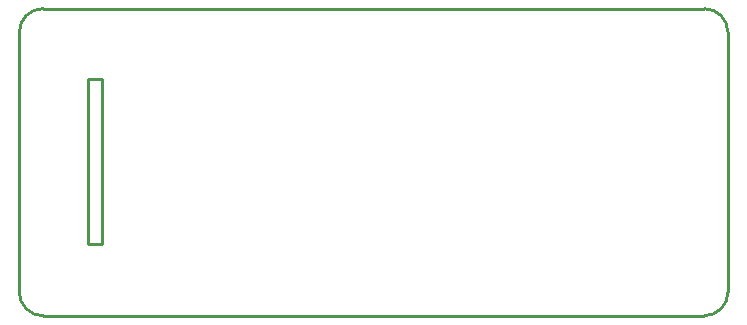
<source format=gko>
G04 Layer: BoardOutlineLayer*
G04 EasyEDA v6.5.1, 2022-03-28 07:45:05*
G04 8a3c461addb741cca4737953a7c37c6d,45e7c3065f504378a11261742efe6332,10*
G04 Gerber Generator version 0.2*
G04 Scale: 100 percent, Rotated: No, Reflected: No *
G04 Dimensions in millimeters *
G04 leading zeros omitted , absolute positions ,4 integer and 5 decimal *
%FSLAX45Y45*%
%MOMM*%

%ADD10C,0.2540*%
D10*
X6499999Y7000001D02*
G01*
X900000Y7000001D01*
X700001Y7200000D02*
G01*
X700001Y9399998D01*
X6699999Y9399998D02*
G01*
X6699999Y7200000D01*
X900000Y9600001D02*
G01*
X6499999Y9600001D01*
G75*
G01*
X6500000Y9600001D02*
G02*
X6699999Y9399999I0J-199999D01*
G75*
G01*
X6699999Y7200001D02*
G02*
X6500000Y7000001I-199999J0D01*
G75*
G01*
X900001Y7000001D02*
G02*
X700001Y7200001I0J200000D01*
G75*
G01*
X700001Y9399999D02*
G02*
X900001Y9600001I200000J3D01*
X1282700Y9004300D02*
G01*
X1282700Y7607300D01*
X1282700Y7607300D02*
G01*
X1397000Y7607300D01*
X1397000Y7607300D02*
G01*
X1397000Y9004300D01*
X1397000Y9004300D02*
G01*
X1282700Y9004300D01*

%LPD*%
M02*

</source>
